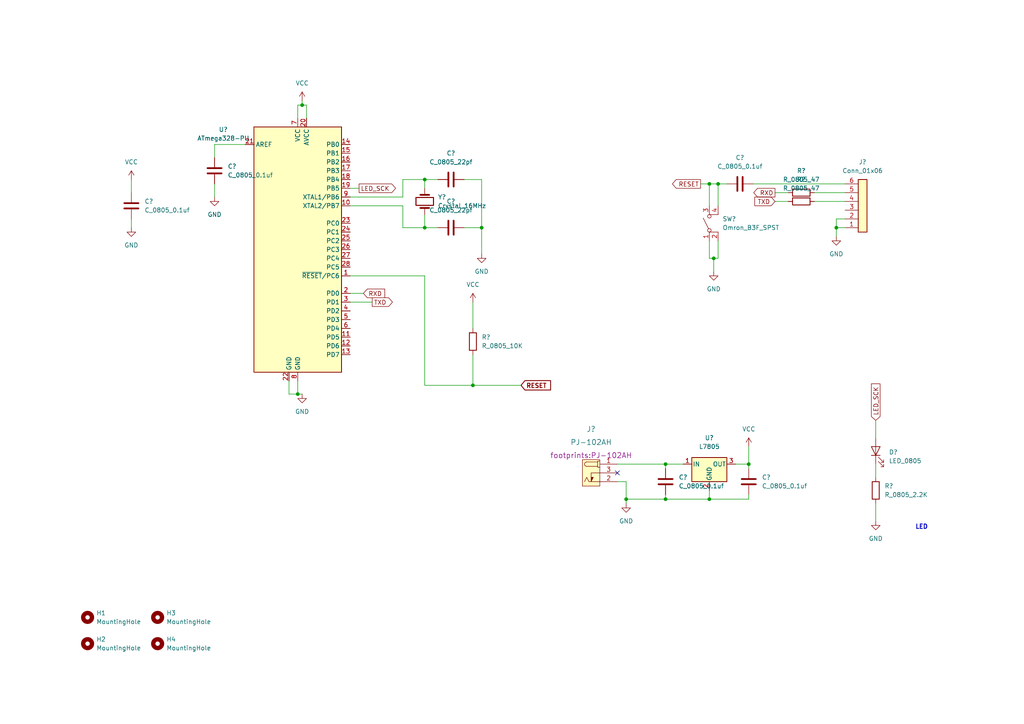
<source format=kicad_sch>
(kicad_sch (version 20211123) (generator eeschema)
  (paper "A4")
  (lib_symbols
    (symbol "HPS:ATmega328-PU"
      (property "Reference" "U" (at -11.43 39.37 0))
      (property "Value" "ATmega328-PU" (at -17.78 38.1 0))
      (symbol "ATmega328-PU_0_1"
        (rectangle (start -12.7 -35.56) (end 12.7 35.56) (stroke (width 0.254)) (fill (type background)))
      )
      (symbol "ATmega328-PU_1_1"
        (pin tri_state line (at 15.24 -7.62 180) (length 2.54) (name "~{RESET}/PC6") (number "1"))
        (pin tri_state line (at 15.24 12.7 180) (length 2.54) (name "XTAL2/PB7") (number "10"))
        (pin tri_state line (at 15.24 -25.4 180) (length 2.54) (name "PD5") (number "11"))
        (pin tri_state line (at 15.24 -27.94 180) (length 2.54) (name "PD6") (number "12"))
        (pin tri_state line (at 15.24 -30.48 180) (length 2.54) (name "PD7") (number "13"))
        (pin tri_state line (at 15.24 30.48 180) (length 2.54) (name "PB0") (number "14"))
        (pin tri_state line (at 15.24 27.94 180) (length 2.54) (name "PB1") (number "15"))
        (pin tri_state line (at 15.24 25.4 180) (length 2.54) (name "PB2") (number "16"))
        (pin tri_state line (at 15.24 22.86 180) (length 2.54) (name "PB3") (number "17"))
        (pin tri_state line (at 15.24 20.32 180) (length 2.54) (name "PB4") (number "18"))
        (pin tri_state line (at 15.24 17.78 180) (length 2.54) (name "PB5") (number "19"))
        (pin tri_state line (at 15.24 -12.7 180) (length 2.54) (name "PD0") (number "2"))
        (pin power_in line (at 2.54 38.1 270) (length 2.54) (name "AVCC") (number "20"))
        (pin passive line (at -15.24 30.48 0) (length 2.54) (name "AREF") (number "21"))
        (pin power_in line (at -2.54 -38.1 90) (length 2.54) (name "GND") (number "22"))
        (pin tri_state line (at 15.24 7.62 180) (length 2.54) (name "PC0") (number "23"))
        (pin tri_state line (at 15.24 5.08 180) (length 2.54) (name "PC1") (number "24"))
        (pin tri_state line (at 15.24 2.54 180) (length 2.54) (name "PC2") (number "25"))
        (pin tri_state line (at 15.24 0 180) (length 2.54) (name "PC3") (number "26"))
        (pin tri_state line (at 15.24 -2.54 180) (length 2.54) (name "PC4") (number "27"))
        (pin tri_state line (at 15.24 -5.08 180) (length 2.54) (name "PC5") (number "28"))
        (pin tri_state line (at 15.24 -15.24 180) (length 2.54) (name "PD1") (number "3"))
        (pin tri_state line (at 15.24 -17.78 180) (length 2.54) (name "PD2") (number "4"))
        (pin tri_state line (at 15.24 -20.32 180) (length 2.54) (name "PD3") (number "5"))
        (pin tri_state line (at 15.24 -22.86 180) (length 2.54) (name "PD4") (number "6"))
        (pin power_in line (at 0 38.1 270) (length 2.54) (name "VCC") (number "7"))
        (pin power_in line (at 0 -38.1 90) (length 2.54) (name "GND") (number "8"))
        (pin tri_state line (at 15.24 15.24 180) (length 2.54) (name "XTAL1/PB6") (number "9"))
      )
    )
    (symbol "HPS:C_0805_0.1uf" (pin_numbers hide) (pin_names (offset 0.254))
      (property "Reference" "C" (at 0.635 2.54 0))
      (property "Value" "C_0805_0.1uf" (at 0.635 -2.54 0))
      (symbol "C_0805_0.1uf_0_1"
        (polyline (pts (xy -2.032 -0.762) (xy 2.032 -0.762)) (stroke (width 0.508)))
        (polyline (pts (xy -2.032 0.762) (xy 2.032 0.762)) (stroke (width 0.508)))
      )
      (symbol "C_0805_0.1uf_1_1"
        (pin passive line (at 0 3.81 270) (length 2.794) (name "~") (number "1"))
        (pin passive line (at 0 -3.81 90) (length 2.794) (name "~") (number "2"))
      )
    )
    (symbol "HPS:C_0805_22pf" (pin_numbers hide) (pin_names (offset 0.254))
      (property "Reference" "C" (at 0.635 2.54 0))
      (property "Value" "C_0805_22pf" (at 0.635 -2.54 0))
      (symbol "C_0805_22pf_0_1"
        (polyline (pts (xy -2.032 -0.762) (xy 2.032 -0.762)) (stroke (width 0.508)))
        (polyline (pts (xy -2.032 0.762) (xy 2.032 0.762)) (stroke (width 0.508)))
      )
      (symbol "C_0805_22pf_1_1"
        (pin passive line (at 0 3.81 270) (length 2.794) (name "~") (number "1"))
        (pin passive line (at 0 -3.81 90) (length 2.794) (name "~") (number "2"))
      )
    )
    (symbol "HPS:Conn_01x06" (pin_names (offset 1.016) hide)
      (property "Reference" "J" (at 0 7.62 0))
      (property "Value" "Conn_01x06" (at 0 -10.16 0))
      (symbol "Conn_01x06_1_1"
        (rectangle (start -1.27 6.35) (end 1.27 -8.89) (stroke (width 0.254)) (fill (type background)))
        (pin passive line (at -5.08 5.08 0) (length 3.81) (name "Pin_1") (number "1"))
        (pin passive line (at -5.08 2.54 0) (length 3.81) (name "Pin_2") (number "2"))
        (pin passive line (at -5.08 0 0) (length 3.81) (name "Pin_3") (number "3"))
        (pin passive line (at -5.08 -2.54 0) (length 3.81) (name "Pin_4") (number "4"))
        (pin passive line (at -5.08 -5.08 0) (length 3.81) (name "Pin_5") (number "5"))
        (pin passive line (at -5.08 -7.62 0) (length 3.81) (name "Pin_6") (number "6"))
      )
    )
    (symbol "HPS:Crystal_16MHz" (pin_numbers hide) (pin_names (offset 1.016) hide)
      (property "Reference" "Y" (at 0 3.81 0))
      (property "Value" "Crystal_16MHz" (at 0 -3.81 0))
      (symbol "Crystal_16MHz_0_1"
        (rectangle (start -1.143 2.54) (end 1.143 -2.54) (stroke (width 0.3048)))
        (polyline (pts (xy -2.54 0) (xy -1.905 0)))
        (polyline (pts (xy -1.905 -1.27) (xy -1.905 1.27)) (stroke (width 0.508)))
        (polyline (pts (xy 1.905 -1.27) (xy 1.905 1.27)) (stroke (width 0.508)))
        (polyline (pts (xy 2.54 0) (xy 1.905 0)))
      )
      (symbol "Crystal_16MHz_1_1"
        (pin passive line (at -3.81 0 0) (length 1.27) (name "1") (number "1"))
        (pin passive line (at 3.81 0 180) (length 1.27) (name "2") (number "2"))
      )
    )
    (symbol "HPS:GND" (power) (pin_names (offset 0))
      (property "Value" "GND" (at 0 -3.81 0))
      (symbol "GND_0_1"
        (polyline (pts (xy 0 0) (xy 0 -1.27) (xy 1.27 -1.27) (xy 0 -2.54) (xy -1.27 -1.27) (xy 0 -1.27)))
      )
      (symbol "GND_1_1"
        (pin power_in line (at 0 0 270) (length 0) hide (name "GND") (number "1"))
      )
    )
    (symbol "HPS:L7805" (pin_names (offset 0.254))
      (property "Reference" "U" (at -3.81 3.175 0))
      (property "Value" "L7805" (at 0 3.175 0))
      (symbol "L7805_0_1"
        (rectangle (start -5.08 1.905) (end 5.08 -5.08) (stroke (width 0.254)) (fill (type background)))
      )
      (symbol "L7805_1_1"
        (pin power_in line (at -7.62 0 0) (length 2.54) (name "IN") (number "1"))
        (pin power_in line (at 0 -7.62 90) (length 2.54) (name "GND") (number "2"))
        (pin power_out line (at 7.62 0 180) (length 2.54) (name "OUT") (number "3"))
      )
    )
    (symbol "HPS:LED_0805" (pin_numbers hide) (pin_names (offset 1.016) hide)
      (property "Reference" "D" (at 0 2.54 0))
      (property "Value" "LED_0805" (at 0 -2.54 0))
      (symbol "LED_0805_0_1"
        (polyline (pts (xy -1.27 -1.27) (xy -1.27 1.27)) (stroke (width 0.2032)))
        (polyline (pts (xy -1.27 0) (xy 1.27 0)))
        (polyline (pts (xy 1.27 -1.27) (xy 1.27 1.27) (xy -1.27 0) (xy 1.27 -1.27)) (stroke (width 0.2032)))
        (polyline (pts (xy -3.048 -0.762) (xy -4.572 -2.286) (xy -3.81 -2.286) (xy -4.572 -2.286) (xy -4.572 -1.524)))
        (polyline (pts (xy -1.778 -0.762) (xy -3.302 -2.286) (xy -2.54 -2.286) (xy -3.302 -2.286) (xy -3.302 -1.524)))
      )
      (symbol "LED_0805_1_1"
        (pin passive line (at -3.81 0 0) (length 2.54) (name "K") (number "1"))
        (pin passive line (at 3.81 0 180) (length 2.54) (name "A") (number "2"))
      )
    )
    (symbol "HPS:MountingHole" (pin_names (offset 1.016))
      (property "Reference" "H" (at 0 5.08 0))
      (property "Value" "MountingHole" (at 0 3.175 0))
      (symbol "MountingHole_0_1"
        (circle (center 0 0) (radius 1.27) (stroke (width 1.27)))
      )
    )
    (symbol "HPS:Omron_B3F_SPST" (pin_names (offset 0) hide)
      (property "Reference" "SW" (at 0 5.08 0))
      (property "Value" "Omron_B3F_SPST" (at 0 2.54 0))
      (symbol "Omron_B3F_SPST_0_0"
        (circle (center -2.032 0) (radius 0.508))
        (polyline (pts (xy -1.524 0.254) (xy 1.524 1.778)))
        (circle (center 2.032 0) (radius 0.508))
      )
      (symbol "Omron_B3F_SPST_0_1"
        (polyline (pts (xy -2.54 0) (xy -2.54 -2.54)))
        (polyline (pts (xy 2.54 -2.54) (xy 2.54 0)))
      )
      (symbol "Omron_B3F_SPST_1_1"
        (pin passive line (at -5.08 0 0) (length 2.54) (name "A") (number "1"))
        (pin passive line (at -5.08 -2.54 0) (length 2.54) (name "A") (number "2"))
        (pin passive line (at 5.08 0 180) (length 2.54) (name "B") (number "3"))
        (pin passive line (at 5.08 -2.54 180) (length 2.54) (name "B") (number "4"))
      )
    )
    (symbol "HPS:PJ-102AH" (pin_names (offset 1.016) hide)
      (property "Reference" "J" (at -2.54 5.08 0))
      (property "Value" "PJ-102AH" (at 0 -5.334 0))
      (property "Footprint" "footprints:PJ-102AH" (at 0 -7.874 0))
      (symbol "PJ-102AH_0_1"
        (arc (start -3.81 3.175) (mid -4.445 2.54) (end -3.81 1.905))
        (polyline (pts (xy -0.635 1.905) (xy -3.81 1.905)))
        (polyline (pts (xy -0.635 1.905) (xy -0.635 3.175)))
        (polyline (pts (xy -0.635 3.175) (xy -3.81 3.175)))
        (polyline (pts (xy -2.54 -1.27) (xy -2.54 0) (xy 0 0)))
        (polyline (pts (xy -0.635 1.905) (xy -0.635 1.651) (xy 0 1.651)))
        (polyline (pts (xy -0.635 3.175) (xy -0.635 3.429) (xy 0 3.429)))
        (polyline (pts (xy -2.54 -2.54) (xy -1.905 -1.27) (xy -2.54 -1.27) (xy -2.54 -2.54)) (fill (type outline)))
        (polyline (pts (xy 0 -2.54) (xy -3.175 -2.54) (xy -3.81 -1.27) (xy -4.445 -2.54)))
        (rectangle (start 0 3.81) (end -5.08 -3.81) (fill (type background)))
      )
      (symbol "PJ-102AH_1_1"
        (pin passive line (at 5.08 2.54 180) (length 5.08) (name "POLE") (number "1"))
        (pin passive line (at 5.08 -2.54 180) (length 5.08) (name "OUT") (number "2"))
        (pin passive line (at 5.08 0 180) (length 5.08) (name "OUT") (number "3"))
      )
    )
    (symbol "HPS:R_0805_10K" (pin_numbers hide) (pin_names (offset 0))
      (property "Reference" "R" (at 2.032 0 90))
      (property "Value" "R_0805_10K" (at -2.54 0 90))
      (symbol "R_0805_10K_0_1"
        (rectangle (start -1.016 -2.54) (end 1.016 2.54) (stroke (width 0.254)))
      )
      (symbol "R_0805_10K_1_1"
        (pin passive line (at 0 3.81 270) (length 1.27) (name "~") (number "1"))
        (pin passive line (at 0 -3.81 90) (length 1.27) (name "~") (number "2"))
      )
    )
    (symbol "HPS:R_0805_2.2K" (pin_numbers hide) (pin_names (offset 0))
      (property "Reference" "R" (at 2.032 0 90))
      (property "Value" "R_0805_2.2K" (at -2.54 0 90))
      (symbol "R_0805_2.2K_0_1"
        (rectangle (start -1.016 -2.54) (end 1.016 2.54) (stroke (width 0.254)))
      )
      (symbol "R_0805_2.2K_1_1"
        (pin passive line (at 0 3.81 270) (length 1.27) (name "~") (number "1"))
        (pin passive line (at 0 -3.81 90) (length 1.27) (name "~") (number "2"))
      )
    )
    (symbol "HPS:R_0805_47" (pin_numbers hide) (pin_names (offset 0))
      (property "Reference" "R" (at 2.032 0 90))
      (property "Value" "R_0805_47" (at -2.54 0 90))
      (symbol "R_0805_47_0_1"
        (rectangle (start -1.016 -2.54) (end 1.016 2.54) (stroke (width 0.254)))
      )
      (symbol "R_0805_47_1_1"
        (pin passive line (at 0 3.81 270) (length 1.27) (name "~") (number "1"))
        (pin passive line (at 0 -3.81 90) (length 1.27) (name "~") (number "2"))
      )
    )
    (symbol "HPS:VCC" (power) (pin_names (offset 0))
      (property "Value" "VCC" (at 0 3.81 0))
      (symbol "VCC_0_1"
        (polyline (pts (xy -0.762 1.27) (xy 0 2.54)))
        (polyline (pts (xy 0 0) (xy 0 2.54)))
        (polyline (pts (xy 0 2.54) (xy 0.762 1.27)))
      )
      (symbol "VCC_1_1"
        (pin power_in line (at 0 0 90) (length 0) hide (name "VCC") (number "1"))
      )
    )
  )
  (junction (at 208.28 53.34))
  (junction (at 87.63 30.48))
  (junction (at 181.61 144.78))
  (junction (at 123.19 52.07))
  (junction (at 205.74 53.34))
  (junction (at 86.36 114.3))
  (junction (at 123.19 66.04))
  (junction (at 139.7 66.04))
  (junction (at 137.16 111.76))
  (junction (at 193.04 134.62))
  (junction (at 205.74 144.78))
  (junction (at 207.01 74.93))
  (junction (at 217.17 134.62))
  (junction (at 242.57 66.04))
  (junction (at 193.04 144.78))
  (no_connect (at 179.07 137.16))
  (wire (pts (xy 210.82 53.34) (xy 208.28 53.34)))
  (wire (pts (xy 224.79 58.42) (xy 228.6 58.42)))
  (wire (pts (xy 213.36 134.62) (xy 217.17 134.62)))
  (wire (pts (xy 205.74 144.78) (xy 193.04 144.78)))
  (wire (pts (xy 217.17 129.54) (xy 217.17 134.62)))
  (wire (pts (xy 208.28 53.34) (xy 208.28 59.69)))
  (wire (pts (xy 205.74 53.34) (xy 205.74 59.69)))
  (wire (pts (xy 127 52.07) (xy 123.19 52.07)))
  (wire (pts (xy 139.7 66.04) (xy 139.7 73.66)))
  (wire (pts (xy 207.01 74.93) (xy 207.01 78.74)))
  (wire (pts (xy 123.19 80.01) (xy 101.6 80.01)))
  (wire (pts (xy 205.74 74.93) (xy 207.01 74.93)))
  (wire (pts (xy 217.17 134.62) (xy 217.17 135.89)))
  (wire (pts (xy 86.36 114.3) (xy 87.63 114.3)))
  (wire (pts (xy 101.6 87.63) (xy 107.95 87.63)))
  (wire (pts (xy 139.7 52.07) (xy 139.7 66.04)))
  (wire (pts (xy 123.19 66.04) (xy 127 66.04)))
  (wire (pts (xy 203.2 53.34) (xy 205.74 53.34)))
  (wire (pts (xy 193.04 134.62) (xy 198.12 134.62)))
  (wire (pts (xy 87.63 30.48) (xy 86.36 30.48)))
  (wire (pts (xy 193.04 144.78) (xy 181.61 144.78)))
  (wire (pts (xy 137.16 102.87) (xy 137.16 111.76)))
  (wire (pts (xy 62.23 41.91) (xy 71.12 41.91)))
  (wire (pts (xy 38.1 52.07) (xy 38.1 55.88)))
  (wire (pts (xy 181.61 139.7) (xy 181.61 144.78)))
  (wire (pts (xy 86.36 110.49) (xy 86.36 114.3)))
  (wire (pts (xy 217.17 143.51) (xy 217.17 144.78)))
  (wire (pts (xy 101.6 54.61) (xy 104.14 54.61)))
  (wire (pts (xy 193.04 134.62) (xy 193.04 135.89)))
  (wire (pts (xy 179.07 139.7) (xy 181.61 139.7)))
  (wire (pts (xy 245.11 63.5) (xy 242.57 63.5)))
  (wire (pts (xy 87.63 30.48) (xy 88.9 30.48)))
  (wire (pts (xy 236.22 58.42) (xy 245.11 58.42)))
  (wire (pts (xy 254 121.92) (xy 254 127)))
  (wire (pts (xy 87.63 29.21) (xy 87.63 30.48)))
  (wire (pts (xy 123.19 52.07) (xy 116.84 52.07)))
  (wire (pts (xy 116.84 59.69) (xy 101.6 59.69)))
  (wire (pts (xy 83.82 114.3) (xy 86.36 114.3)))
  (wire (pts (xy 205.74 53.34) (xy 208.28 53.34)))
  (wire (pts (xy 116.84 57.15) (xy 116.84 52.07)))
  (wire (pts (xy 123.19 62.23) (xy 123.19 66.04)))
  (wire (pts (xy 181.61 144.78) (xy 181.61 146.05)))
  (wire (pts (xy 236.22 55.88) (xy 245.11 55.88)))
  (wire (pts (xy 86.36 30.48) (xy 86.36 34.29)))
  (wire (pts (xy 116.84 66.04) (xy 123.19 66.04)))
  (wire (pts (xy 38.1 63.5) (xy 38.1 66.04)))
  (wire (pts (xy 179.07 134.62) (xy 193.04 134.62)))
  (wire (pts (xy 224.79 55.88) (xy 228.6 55.88)))
  (wire (pts (xy 137.16 87.63) (xy 137.16 95.25)))
  (wire (pts (xy 242.57 66.04) (xy 242.57 68.58)))
  (wire (pts (xy 242.57 63.5) (xy 242.57 66.04)))
  (wire (pts (xy 205.74 69.85) (xy 205.74 74.93)))
  (wire (pts (xy 83.82 110.49) (xy 83.82 114.3)))
  (wire (pts (xy 254 146.05) (xy 254 151.13)))
  (wire (pts (xy 207.01 74.93) (xy 208.28 74.93)))
  (wire (pts (xy 116.84 66.04) (xy 116.84 59.69)))
  (wire (pts (xy 101.6 57.15) (xy 116.84 57.15)))
  (wire (pts (xy 218.44 53.34) (xy 245.11 53.34)))
  (wire (pts (xy 254 134.62) (xy 254 138.43)))
  (wire (pts (xy 123.19 111.76) (xy 137.16 111.76)))
  (wire (pts (xy 245.11 66.04) (xy 242.57 66.04)))
  (wire (pts (xy 62.23 53.34) (xy 62.23 57.15)))
  (wire (pts (xy 139.7 66.04) (xy 134.62 66.04)))
  (wire (pts (xy 193.04 143.51) (xy 193.04 144.78)))
  (wire (pts (xy 88.9 30.48) (xy 88.9 34.29)))
  (wire (pts (xy 123.19 80.01) (xy 123.19 111.76)))
  (wire (pts (xy 205.74 142.24) (xy 205.74 144.78)))
  (wire (pts (xy 101.6 85.09) (xy 105.41 85.09)))
  (wire (pts (xy 123.19 52.07) (xy 123.19 54.61)))
  (wire (pts (xy 62.23 45.72) (xy 62.23 41.91)))
  (wire (pts (xy 208.28 74.93) (xy 208.28 69.85)))
  (wire (pts (xy 217.17 144.78) (xy 205.74 144.78)))
  (wire (pts (xy 134.62 52.07) (xy 139.7 52.07)))
  (wire (pts (xy 137.16 111.76) (xy 151.13 111.76)))
  (text "LED" (at 265.43 153.67 0) (effects (font (size 1.27 1.27) (thickness 0.254) bold) (justify left bottom)))
  (global_label "RESET" (shape input) (at 151.13 111.76 0) (effects (font bold)) (property "Intersheet References" "${INTERSHEET_REFS}" (effects hide)))
  (global_label "LED_SCK" (shape output) (at 104.14 54.61 0) (property "Intersheet References" "${INTERSHEET_REFS}" (effects hide)))
  (global_label "TXD" (shape output) (at 107.95 87.63 0) (property "Intersheet References" "${INTERSHEET_REFS}" (effects hide)))
  (global_label "RXD" (shape output) (at 224.79 55.88 180) (property "Intersheet References" "${INTERSHEET_REFS}" (effects hide)))
  (global_label "LED_SCK" (shape input) (at 254 121.92 90) (property "Intersheet References" "${INTERSHEET_REFS}" (effects hide)))
  (global_label "RXD" (shape input) (at 105.41 85.09 0) (property "Intersheet References" "${INTERSHEET_REFS}" (effects hide)))
  (global_label "TXD" (shape input) (at 224.79 58.42 180) (property "Intersheet References" "${INTERSHEET_REFS}" (effects hide)))
  (global_label "RESET" (shape output) (at 203.2 53.34 180) (property "Intersheet References" "${INTERSHEET_REFS}" (effects hide)))
  (symbol (lib_id "HPS:C_0805_0.1uf") (at 214.63 53.34 90) (unit 1)
    (property "Reference" "C?" (at 214.63 45.72 90))
    (property "Value" "C_0805_0.1uf" (at 214.63 48.26 90))
    (property "Footprint" "footprints:C_0805_2012Metric" (effects hide))
    (property "Datasheet" "https://datasheets.avx.com/X7RDielectric.pdf" (effects hide))
    (property "MFG" "AVX Corporation" (effects hide))
    (property "MPN" "08055C104KAT2A" (effects hide))
    (property "Digikey PN" "478-1395-1-ND" (effects hide))
    (property "Mouser PN" "N/A" (effects hide))
    (property "Voltage" "N/A" (effects hide))
    (property "Dielectric" "N/A" (effects hide))
    (property "Tolerance" "N/A" (effects hide))
  )
  (symbol (lib_id "HPS:VCC") (at 217.17 129.54 0) (unit 1)
    (property "Reference" "#PWR?" (effects hide))
    (property "Value" "VCC" (at 217.17 124.46 0))
  )
  (symbol (lib_id "HPS:VCC") (at 87.63 29.21 0) (unit 1)
    (property "Reference" "#PWR?" (effects hide))
    (property "Value" "VCC" (at 87.63 24.13 0))
  )
  (symbol (lib_id "HPS:C_0805_0.1uf") (at 193.04 139.7 0) (unit 1)
    (property "Reference" "C?" (at 196.85 138.4299 0) (effects (justify left)))
    (property "Value" "C_0805_0.1uf" (at 196.85 140.9699 0) (effects (justify left)))
    (property "Footprint" "footprints:C_0805_2012Metric" (effects hide))
    (property "Datasheet" "https://datasheets.avx.com/X7RDielectric.pdf" (effects hide))
    (property "MFG" "AVX Corporation" (effects hide))
    (property "MPN" "08055C104KAT2A" (effects hide))
    (property "Digikey PN" "478-1395-1-ND" (effects hide))
    (property "Mouser PN" "N/A" (effects hide))
    (property "Voltage" "N/A" (effects hide))
    (property "Dielectric" "N/A" (effects hide))
    (property "Tolerance" "N/A" (effects hide))
  )
  (symbol (lib_id "HPS:R_0805_47") (at 232.41 55.88 90) (unit 1)
    (property "Reference" "R?" (at 232.41 49.53 90))
    (property "Value" "R_0805_47" (at 232.41 52.07 90))
    (property "Footprint" "footprints:R_0805_2012Metric" (effects hide))
    (property "Datasheet" "https://www.digikey.com/en/products/detail/yageo/RC0805FR-0747RL/727972" (effects hide))
    (property "MFG" "Yageo" (effects hide))
    (property "Digikey PN" "RC0805FR-0747RL " (effects hide))
    (property "Mouser PN" "N/A" (effects hide))
    (property "Power" "N/A" (effects hide))
    (property "Tolerance" "N/A" (effects hide))
    (property "MPN" "RC0805FR-0747RL " (effects hide))
  )
  (symbol (lib_id "HPS:ATmega328-PU") (at 86.36 72.39 0) (unit 1)
    (property "Reference" "U?" (at 64.77 37.5793 0))
    (property "Value" "ATmega328-PU" (at 64.77 40.1193 0))
    (property "Footprint" "footprints:DIP-28_W7.62mm" (effects hide))
    (property "Datasheet" "http://www.microchip.com/mymicrochip/filehandler.aspx?ddocname=en608326" (effects hide))
    (property "MFG" "On Shore Technology Inc." (effects hide))
    (property "MPN" "ED281DT" (effects hide))
    (property "Digikey PN" "ED3050-5-ND" (effects hide))
    (property "Mouser PN" "N/A" (effects hide))
  )
  (symbol (lib_id "HPS:MountingHole") (at 45.72 179.07 0) (unit 1)
    (property "Reference" "H3" (at 48.26 177.7999 0) (effects (justify left)))
    (property "Value" "MountingHole" (at 48.26 180.3399 0) (effects (justify left)))
    (property "Footprint" "footprints:MountingHole_3.2mm_M3" (effects hide))
  )
  (symbol (lib_id "HPS:C_0805_0.1uf") (at 62.23 49.53 0) (unit 1)
    (property "Reference" "C?" (at 66.04 48.2599 0) (effects (justify left)))
    (property "Value" "C_0805_0.1uf" (at 66.04 50.7999 0) (effects (justify left)))
    (property "Footprint" "footprints:C_0805_2012Metric" (effects hide))
    (property "Datasheet" "https://datasheets.avx.com/X7RDielectric.pdf" (effects hide))
    (property "MFG" "AVX Corporation" (effects hide))
    (property "MPN" "08055C104KAT2A" (effects hide))
    (property "Digikey PN" "478-1395-1-ND" (effects hide))
    (property "Mouser PN" "N/A" (effects hide))
    (property "Voltage" "N/A" (effects hide))
    (property "Dielectric" "N/A" (effects hide))
    (property "Tolerance" "N/A" (effects hide))
  )
  (symbol (lib_id "HPS:MountingHole") (at 25.4 179.07 0) (unit 1)
    (property "Reference" "H1" (at 27.94 177.7999 0) (effects (justify left)))
    (property "Value" "MountingHole" (at 27.94 180.3399 0) (effects (justify left)))
    (property "Footprint" "footprints:MountingHole_3.2mm_M3" (effects hide))
  )
  (symbol (lib_id "HPS:R_0805_47") (at 232.41 58.42 90) (unit 1)
    (property "Reference" "R?" (at 232.41 52.07 90))
    (property "Value" "R_0805_47" (at 232.41 54.61 90))
    (property "Footprint" "footprints:R_0805_2012Metric" (effects hide))
    (property "Datasheet" "https://www.digikey.com/en/products/detail/yageo/RC0805FR-0747RL/727972" (effects hide))
    (property "MFG" "Yageo" (effects hide))
    (property "Digikey PN" "RC0805FR-0747RL " (effects hide))
    (property "Mouser PN" "N/A" (effects hide))
    (property "Power" "N/A" (effects hide))
    (property "Tolerance" "N/A" (effects hide))
    (property "MPN" "RC0805FR-0747RL " (effects hide))
  )
  (symbol (lib_id "HPS:GND") (at 207.01 78.74 0) (unit 1)
    (property "Reference" "#PWR?" (effects hide))
    (property "Value" "GND" (at 207.01 83.82 0))
  )
  (symbol (lib_id "HPS:C_0805_22pf") (at 130.81 52.07 270) (unit 1)
    (property "Reference" "C?" (at 130.81 44.45 90))
    (property "Value" "C_0805_22pf" (at 130.81 46.99 90))
    (property "Footprint" "footprints:C_0805_2012Metric" (effects hide))
    (property "Datasheet" "https://www.yageo.com/upload/media/product/productsearch/datasheet/mlcc/UPY-GP_NP0_16V-to-50V_18.pdf" (effects hide))
    (property "MFG" "Yageo" (effects hide))
    (property "MPN" "CC0805JRNPO9BN220" (effects hide))
    (property "Digikey PN" "311-1103-1-ND" (effects hide))
    (property "Mouser PN" "N/A" (effects hide))
    (property "Voltage" "N/A" (effects hide))
    (property "Dielectric" "N/A" (effects hide))
    (property "Tolerance" "N/A" (effects hide))
  )
  (symbol (lib_id "HPS:Conn_01x06") (at 250.19 60.96 0) (mirror x) (unit 1)
    (property "Reference" "J?" (at 250.19 46.99 0))
    (property "Value" "Conn_01x06" (at 250.19 49.53 0))
    (property "Footprint" "footprints:PinHeader_1x06_P2.54mm_Vertical" (effects hide))
    (property "Datasheet" "https://www.we-online.de/katalog/datasheet/6130xx11121.pdf" (effects hide))
    (property "MFG" "Würth Elektronik" (effects hide))
    (property "MPN" "61300611121" (effects hide))
    (property "Digikey PN" "732-5319-ND" (effects hide))
    (property "Mouser PN" "N/A" (effects hide))
  )
  (symbol (lib_id "HPS:PJ-102AH") (at 173.99 137.16 0) (unit 1)
    (property "Reference" "J?" (at 171.45 124.46 0) (effects (font (size 1.524 1.524))))
    (property "Value" "PJ-102AH" (at 171.45 128.27 0) (effects (font (size 1.524 1.524))))
    (property "Footprint" "footprints:PJ-102AH" (at 171.45 132.08 0) (effects (font (size 1.524 1.524))))
    (property "Datasheet" "https://www.cuidevices.com/product/resource/pj-102ah.pdf" (effects hide))
    (property "MFG" "CUI Devices" (effects hide))
    (property "MPN" "PJ-102AH" (effects hide))
    (property "Digikey PN" "CP-102AH-ND" (effects hide))
    (property "Mouser PN" "490-PJ-102AH" (effects hide))
  )
  (symbol (lib_id "HPS:VCC") (at 137.16 87.63 0) (unit 1)
    (property "Reference" "#PWR?" (effects hide))
    (property "Value" "VCC" (at 137.16 82.55 0))
  )
  (symbol (lib_id "HPS:GND") (at 87.63 114.3 0) (unit 1)
    (property "Reference" "#PWR?" (effects hide))
    (property "Value" "GND" (at 87.63 119.38 0))
  )
  (symbol (lib_id "HPS:VCC") (at 38.1 52.07 0) (unit 1)
    (property "Reference" "#PWR?" (effects hide))
    (property "Value" "VCC" (at 38.1 46.99 0))
  )
  (symbol (lib_id "HPS:R_0805_10K") (at 137.16 99.06 0) (unit 1)
    (property "Reference" "R?" (at 139.7 97.7899 0) (effects (justify left)))
    (property "Value" "R_0805_10K" (at 139.7 100.3299 0) (effects (justify left)))
    (property "Footprint" "footprints:R_0805_2012Metric" (effects hide))
    (property "Datasheet" "https://www.digikey.com/en/products/detail/yageo/RC0805FR-0710KL/727535" (effects hide))
    (property "MFG" "Yageo" (effects hide))
    (property "MPN" "RC0805FR-0710KL" (effects hide))
    (property "Digikey PN" "311-10.0KCRCT-ND" (effects hide))
    (property "Mouser PN" "N/A" (effects hide))
    (property "Power" "N/A" (effects hide))
    (property "Tolerance" "N/A" (effects hide))
  )
  (symbol (lib_id "HPS:GND") (at 62.23 57.15 0) (unit 1)
    (property "Reference" "#PWR?" (effects hide))
    (property "Value" "GND" (at 62.23 62.23 0))
  )
  (symbol (lib_id "HPS:GND") (at 242.57 68.58 0) (unit 1)
    (property "Reference" "#PWR?" (effects hide))
    (property "Value" "GND" (at 242.57 73.66 0))
  )
  (symbol (lib_id "HPS:GND") (at 38.1 66.04 0) (unit 1)
    (property "Reference" "#PWR?" (effects hide))
    (property "Value" "GND" (at 38.1 71.12 0))
  )
  (symbol (lib_id "HPS:R_0805_2.2K") (at 254 142.24 0) (unit 1)
    (property "Reference" "R?" (at 256.54 140.9699 0) (effects (justify left)))
    (property "Value" "R_0805_2.2K" (at 256.54 143.5099 0) (effects (justify left)))
    (property "Footprint" "footprints:R_0805_2012Metric" (effects hide))
    (property "Datasheet" "https://www.digikey.com/en/products/detail/yageo/RC0805FR-072K2L/727676" (effects hide))
    (property "MFG" "N/A" (effects hide))
    (property "MPN" "N/A" (effects hide))
    (property "Digikey PN" "311-2.20KCRCT-ND" (effects hide))
    (property "Mouser PN" "N/A" (effects hide))
    (property "Power" "N/A" (effects hide))
    (property "Tolerance" "N/A" (effects hide))
  )
  (symbol (lib_id "HPS:C_0805_22pf") (at 130.81 66.04 90) (unit 1)
    (property "Reference" "C?" (at 130.81 58.42 90))
    (property "Value" "C_0805_22pf" (at 130.81 60.96 90))
    (property "Footprint" "footprints:C_0805_2012Metric" (effects hide))
    (property "Datasheet" "https://www.yageo.com/upload/media/product/productsearch/datasheet/mlcc/UPY-GP_NP0_16V-to-50V_18.pdf" (effects hide))
    (property "MFG" "Yageo" (effects hide))
    (property "MPN" "CC0805JRNPO9BN220" (effects hide))
    (property "Digikey PN" "311-1103-1-ND" (effects hide))
    (property "Mouser PN" "N/A" (effects hide))
    (property "Voltage" "N/A" (effects hide))
    (property "Dielectric" "N/A" (effects hide))
    (property "Tolerance" "N/A" (effects hide))
  )
  (symbol (lib_id "HPS:MountingHole") (at 25.4 186.69 0) (unit 1)
    (property "Reference" "H2" (at 27.94 185.4199 0) (effects (justify left)))
    (property "Value" "MountingHole" (at 27.94 187.9599 0) (effects (justify left)))
    (property "Footprint" "footprints:MountingHole_3.2mm_M3" (effects hide))
  )
  (symbol (lib_id "HPS:L7805") (at 205.74 134.62 0) (unit 1)
    (property "Reference" "U?" (at 205.74 127 0))
    (property "Value" "L7805" (at 205.74 129.54 0))
    (property "Datasheet" "http://www.st.com/content/ccc/resource/technical/document/datasheet/41/4f/b3/b0/12/d4/47/88/CD00000444.pdf/files/CD00000444.pdf/jcr:content/translations/en.CD00000444.pdf" (effects hide))
  )
  (symbol (lib_id "HPS:GND") (at 254 151.13 0) (unit 1)
    (property "Reference" "#PWR?" (effects hide))
    (property "Value" "GND" (at 254 156.21 0))
  )
  (symbol (lib_id "HPS:C_0805_0.1uf") (at 217.17 139.7 0) (unit 1)
    (property "Reference" "C?" (at 220.98 138.4299 0) (effects (justify left)))
    (property "Value" "C_0805_0.1uf" (at 220.98 140.9699 0) (effects (justify left)))
    (property "Footprint" "footprints:C_0805_2012Metric" (effects hide))
    (property "Datasheet" "https://datasheets.avx.com/X7RDielectric.pdf" (effects hide))
    (property "MFG" "AVX Corporation" (effects hide))
    (property "MPN" "08055C104KAT2A" (effects hide))
    (property "Digikey PN" "478-1395-1-ND" (effects hide))
    (property "Mouser PN" "N/A" (effects hide))
    (property "Voltage" "N/A" (effects hide))
    (property "Dielectric" "N/A" (effects hide))
    (property "Tolerance" "N/A" (effects hide))
  )
  (symbol (lib_id "HPS:LED_0805") (at 254 130.81 90) (unit 1)
    (property "Reference" "D?" (at 257.81 131.1401 90) (effects (justify right)))
    (property "Value" "LED_0805" (at 257.81 133.6801 90) (effects (justify right)))
    (property "Footprint" "footprints:LED_0805_2012Metric" (effects hide))
    (property "Datasheet" "https://www.we-online.de/katalog/datasheet/150080RS75000.pdf" (effects hide))
    (property "MFG" "Würth Elektronik" (effects hide))
    (property "MPN" "150080RS75000" (effects hide))
    (property "Digikey PN" "732-4984-1-ND" (effects hide))
    (property "Mouser PN" "N/A" (effects hide))
  )
  (symbol (lib_id "HPS:GND") (at 139.7 73.66 0) (unit 1)
    (property "Reference" "#PWR?" (effects hide))
    (property "Value" "GND" (at 139.7 78.74 0))
  )
  (symbol (lib_id "HPS:Omron_B3F_SPST") (at 205.74 64.77 90) (unit 1)
    (property "Reference" "SW?" (at 209.55 63.4999 90) (effects (justify right)))
    (property "Value" "Omron_B3F_SPST" (at 209.55 66.0399 90) (effects (justify right)))
    (property "Footprint" "footprints:SW_SPST_Omron_B3FS-100xP" (effects hide))
    (property "Datasheet" "https://omronfs.omron.com/en_US/ecb/products/pdf/en-b3fs.pdf" (effects hide))
    (property "MFG" "Omron Electronics Inc-EMC Div" (effects hide))
    (property "MPN" "B3FS-1000P" (effects hide))
    (property "Digikey PN" "SW423CT-ND" (effects hide))
    (property "Mouser PN" "N/A" (effects hide))
  )
  (symbol (lib_id "HPS:C_0805_0.1uf") (at 38.1 59.69 0) (unit 1)
    (property "Reference" "C?" (at 41.91 58.4199 0) (effects (justify left)))
    (property "Value" "C_0805_0.1uf" (at 41.91 60.9599 0) (effects (justify left)))
    (property "Footprint" "footprints:C_0805_2012Metric" (effects hide))
    (property "Datasheet" "https://datasheets.avx.com/X7RDielectric.pdf" (effects hide))
    (property "MFG" "AVX Corporation" (effects hide))
    (property "MPN" "08055C104KAT2A" (effects hide))
    (property "Digikey PN" "478-1395-1-ND" (effects hide))
    (property "Mouser PN" "N/A" (effects hide))
    (property "Voltage" "N/A" (effects hide))
    (property "Dielectric" "N/A" (effects hide))
    (property "Tolerance" "N/A" (effects hide))
  )
  (symbol (lib_id "HPS:GND") (at 181.61 146.05 0) (unit 1)
    (property "Reference" "#PWR?" (effects hide))
    (property "Value" "GND" (at 181.61 151.13 0))
  )
  (symbol (lib_id "HPS:Crystal_16MHz") (at 123.19 58.42 90) (unit 1)
    (property "Reference" "Y?" (at 127 57.1499 90) (effects (justify right)))
    (property "Value" "Crystal_16MHz" (at 127 59.6899 90) (effects (justify right)))
    (property "Footprint" "footprints:Crystal_SMD_HC49-SD" (effects hide))
    (property "Datasheet" "https://ecsxtal.com/store/pdf/csm-7x-dn.pdf" (effects hide))
    (property "MFG" "ECS Inc." (effects hide))
    (property "MPN" "ECS-160-20-5PXDN-TR" (effects hide))
    (property "Digikey PN" "XC1299CT-ND" (effects hide))
    (property "Mouser PN" "N/A" (effects hide))
  )
  (symbol (lib_id "HPS:MountingHole") (at 45.72 186.69 0) (unit 1)
    (property "Reference" "H4" (at 48.26 185.4199 0) (effects (justify left)))
    (property "Value" "MountingHole" (at 48.26 187.9599 0) (effects (justify left)))
    (property "Footprint" "footprints:MountingHole_3.2mm_M3" (effects hide))
  )
)
</source>
